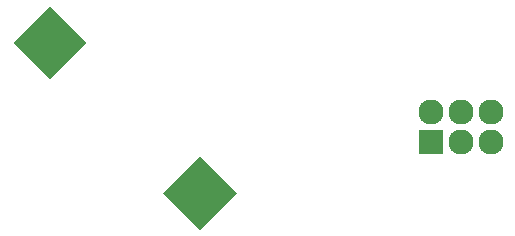
<source format=gbs>
G04 #@! TF.FileFunction,Soldermask,Bot*
%FSLAX46Y46*%
G04 Gerber Fmt 4.6, Leading zero omitted, Abs format (unit mm)*
G04 Created by KiCad (PCBNEW 4.0.5+dfsg1-4) date Tue Aug  8 22:54:49 2017*
%MOMM*%
%LPD*%
G01*
G04 APERTURE LIST*
%ADD10C,0.100000*%
%ADD11R,2.127200X2.127200*%
%ADD12O,2.127200X2.127200*%
G04 APERTURE END LIST*
D10*
G36*
X117919270Y-103632000D02*
X114808000Y-106743270D01*
X111696730Y-103632000D01*
X114808000Y-100520730D01*
X117919270Y-103632000D01*
X117919270Y-103632000D01*
G37*
G36*
X130647192Y-116359922D02*
X127535922Y-119471192D01*
X124424652Y-116359922D01*
X127535922Y-113248652D01*
X130647192Y-116359922D01*
X130647192Y-116359922D01*
G37*
D11*
X147066000Y-112014000D03*
D12*
X147066000Y-109474000D03*
X149606000Y-112014000D03*
X149606000Y-109474000D03*
X152146000Y-112014000D03*
X152146000Y-109474000D03*
M02*

</source>
